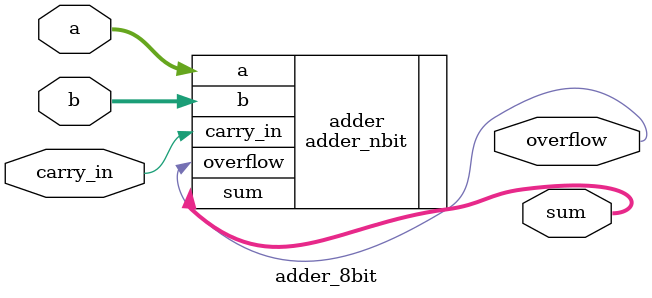
<source format=sv>

module adder_8bit
(
	input wire [7:0] a,
	input wire [7:0] b,
	input wire carry_in,
	output wire [7:0] sum,
	output wire overflow
);

	// STUDENT: Fill in the correct port map with parameter override syntax for using your n-bit ripple carry adder design to be an 8-bit ripple carry adder design

adder_nbit #(.BIT_WIDTH(8)) adder(.a(a), .b(b), .carry_in(carry_in), .sum(sum), .overflow(overflow));

endmodule

</source>
